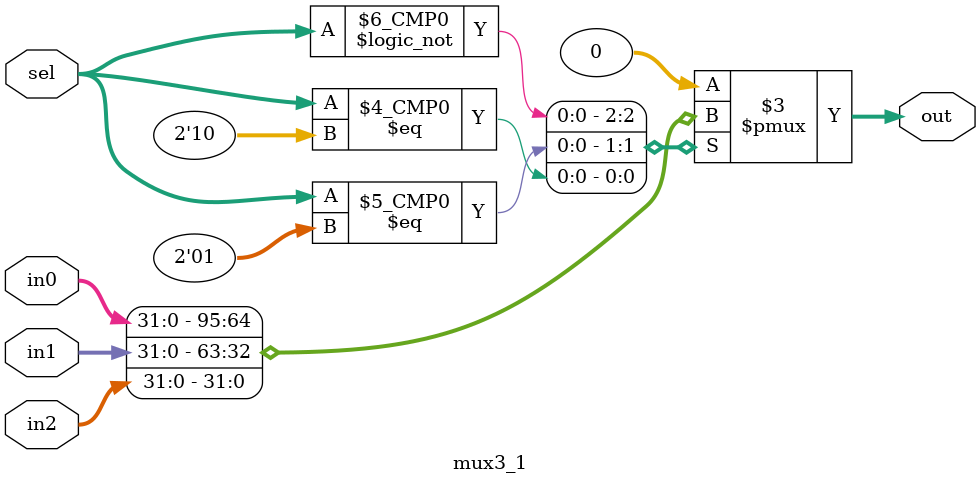
<source format=sv>
module mux3_1 (
    input logic [31:0] in0,
    input logic [31:0] in1,
    input logic [31:0] in2,
    input logic [1:0] sel,
    output logic [31:0] out
);
    always_comb begin
        case (sel)
            2'b00: out = in0;
            2'b01: out = in1;
            2'b10: out = in2;
            default: out = 32'b0;
        endcase
    end
endmodule

</source>
